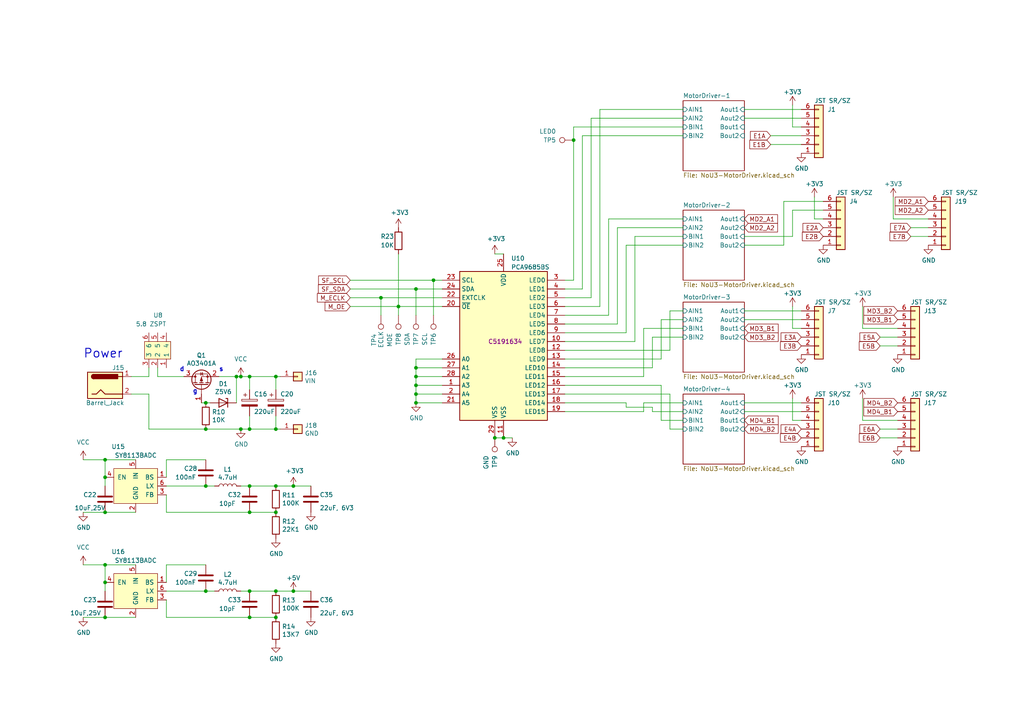
<source format=kicad_sch>
(kicad_sch (version 20250114) (generator "eeschema") (generator_version "9.0")
  (paper "A4")
  (lib_symbols
    (symbol "AlfredoSymbols:XKB5858-Z-75"
      (property "Reference" "U" (at 0 8.89 0))
      (property "Value" "XKB5858-Z-75" (at 0 6.35 0))
      (symbol "XKB5858-Z-75_0_1"
        (rectangle (start -2.54 3.81) (end 2.54 -3.81) (fill (type background)))
      )
      (symbol "XKB5858-Z-75_1_1"
        (pin input line (at -5.08 2.54 0) (length 2.54) (name "4") (number "4"))
        (pin input line (at -5.08 0 0) (length 2.54) (name "5") (number "5"))
        (pin input line (at -5.08 -2.54 0) (length 2.54) (name "6") (number "6"))
        (pin input line (at 5.08 2.54 180) (length 2.54) (name "1") (number "1"))
        (pin input line (at 5.08 0 180) (length 2.54) (name "2") (number "2"))
        (pin input line (at 5.08 -2.54 180) (length 2.54) (name "3") (number "3"))
      )
    )
    (symbol "Connector:Barrel_Jack" (pin_names (offset 1.016))
      (property "Reference" "J" (at 0 5.334 0))
      (property "Value" "Barrel_Jack" (at 0 -5.08 0))
      (symbol "Barrel_Jack_0_1"
        (rectangle (start -5.08 3.81) (end 5.08 -3.81) (stroke (width 0.254)) (fill (type background)))
        (polyline (pts (xy -3.81 -2.54) (xy -2.54 -2.54) (xy -1.27 -1.27) (xy 0 -2.54) (xy 2.54 -2.54) (xy 5.08 -2.54)) (stroke (width 0.254)))
        (arc (start -3.302 1.905) (mid -3.9343 2.54) (end -3.302 3.175) (stroke (width 0.254)))
        (arc (start -3.302 1.905) (mid -3.9343 2.54) (end -3.302 3.175) (stroke (width 0.254)) (fill (type outline)))
        (rectangle (start 3.683 3.175) (end -3.302 1.905) (stroke (width 0.254)) (fill (type outline)))
        (polyline (pts (xy 5.08 2.54) (xy 3.81 2.54)) (stroke (width 0.254)))
      )
      (symbol "Barrel_Jack_1_1"
        (pin passive line (at 7.62 2.54 180) (length 2.54) (name "~") (number "1"))
        (pin passive line (at 7.62 -2.54 180) (length 2.54) (name "~") (number "2"))
      )
    )
    (symbol "Connector:TestPoint" (pin_numbers (hide yes)) (pin_names (offset 0.762) (hide yes))
      (property "Reference" "TP" (at 0 6.858 0))
      (property "Value" "TestPoint" (at 0 5.08 0))
      (symbol "TestPoint_0_1"
        (circle (center 0 3.302) (radius 0.762))
      )
      (symbol "TestPoint_1_1"
        (pin passive line (at 0 0 90) (length 2.54) (name "1") (number "1"))
      )
    )
    (symbol "Connector_Generic:Conn_01x01" (pin_names (offset 1.016) (hide yes))
      (property "Reference" "J" (at 0 2.54 0))
      (property "Value" "Conn_01x01" (at 0 -2.54 0))
      (symbol "Conn_01x01_1_1"
        (rectangle (start -1.27 1.27) (end 1.27 -1.27) (stroke (width 0.254)) (fill (type background)))
        (rectangle (start -1.27 0.127) (end 0 -0.127) (stroke (width 0.1524)))
        (pin passive line (at -5.08 0 0) (length 3.81) (name "Pin_1") (number "1"))
      )
    )
    (symbol "Connector_Generic:Conn_01x06" (pin_names (offset 1.016) (hide yes))
      (property "Reference" "J" (at 0 7.62 0))
      (property "Value" "Conn_01x06" (at 0 -10.16 0))
      (symbol "Conn_01x06_1_1"
        (rectangle (start -1.27 6.35) (end 1.27 -8.89) (stroke (width 0.254)) (fill (type background)))
        (rectangle (start -1.27 5.207) (end 0 4.953) (stroke (width 0.1524)))
        (rectangle (start -1.27 2.667) (end 0 2.413) (stroke (width 0.1524)))
        (rectangle (start -1.27 0.127) (end 0 -0.127) (stroke (width 0.1524)))
        (rectangle (start -1.27 -2.413) (end 0 -2.667) (stroke (width 0.1524)))
        (rectangle (start -1.27 -4.953) (end 0 -5.207) (stroke (width 0.1524)))
        (rectangle (start -1.27 -7.493) (end 0 -7.747) (stroke (width 0.1524)))
        (pin passive line (at -5.08 5.08 0) (length 3.81) (name "Pin_1") (number "1"))
        (pin passive line (at -5.08 2.54 0) (length 3.81) (name "Pin_2") (number "2"))
        (pin passive line (at -5.08 0 0) (length 3.81) (name "Pin_3") (number "3"))
        (pin passive line (at -5.08 -2.54 0) (length 3.81) (name "Pin_4") (number "4"))
        (pin passive line (at -5.08 -5.08 0) (length 3.81) (name "Pin_5") (number "5"))
        (pin passive line (at -5.08 -7.62 0) (length 3.81) (name "Pin_6") (number "6"))
      )
    )
    (symbol "Device:C" (pin_numbers (hide yes)) (pin_names (offset 0.254))
      (property "Reference" "C" (at 0.635 2.54 0))
      (property "Value" "C" (at 0.635 -2.54 0))
      (symbol "C_0_1"
        (polyline (pts (xy -2.032 0.762) (xy 2.032 0.762)) (stroke (width 0.508)))
        (polyline (pts (xy -2.032 -0.762) (xy 2.032 -0.762)) (stroke (width 0.508)))
      )
      (symbol "C_1_1"
        (pin passive line (at 0 3.81 270) (length 2.794) (name "~") (number "1"))
        (pin passive line (at 0 -3.81 90) (length 2.794) (name "~") (number "2"))
      )
    )
    (symbol "Device:C_Polarized" (pin_numbers (hide yes)) (pin_names (offset 0.254))
      (property "Reference" "C" (at 0.635 2.54 0))
      (property "Value" "C_Polarized" (at 0.635 -2.54 0))
      (symbol "C_Polarized_0_1"
        (rectangle (start -2.286 0.508) (end 2.286 1.016))
        (polyline (pts (xy -1.778 2.286) (xy -0.762 2.286)))
        (polyline (pts (xy -1.27 2.794) (xy -1.27 1.778)))
        (rectangle (start 2.286 -0.508) (end -2.286 -1.016) (fill (type outline)))
      )
      (symbol "C_Polarized_1_1"
        (pin passive line (at 0 3.81 270) (length 2.794) (name "~") (number "1"))
        (pin passive line (at 0 -3.81 90) (length 2.794) (name "~") (number "2"))
      )
    )
    (symbol "Device:L" (pin_numbers (hide yes)) (pin_names (offset 1.016) (hide yes))
      (property "Reference" "L" (at -1.27 0 90))
      (property "Value" "L" (at 1.905 0 90))
      (symbol "L_0_1"
        (arc (start 0 2.54) (mid 0.6323 1.905) (end 0 1.27))
        (arc (start 0 1.27) (mid 0.6323 0.635) (end 0 0))
        (arc (start 0 0) (mid 0.6323 -0.635) (end 0 -1.27))
        (arc (start 0 -1.27) (mid 0.6323 -1.905) (end 0 -2.54))
      )
      (symbol "L_1_1"
        (pin passive line (at 0 3.81 270) (length 1.27) (name "1") (number "1"))
        (pin passive line (at 0 -3.81 90) (length 1.27) (name "2") (number "2"))
      )
    )
    (symbol "Device:R" (pin_numbers (hide yes)) (pin_names (offset 0))
      (property "Reference" "R" (at 2.032 0 90))
      (property "Value" "R" (at 0 0 90))
      (symbol "R_0_1"
        (rectangle (start -1.016 -2.54) (end 1.016 2.54) (stroke (width 0.254)))
      )
      (symbol "R_1_1"
        (pin passive line (at 0 3.81 270) (length 1.27) (name "~") (number "1"))
        (pin passive line (at 0 -3.81 90) (length 1.27) (name "~") (number "2"))
      )
    )
    (symbol "Diode:ZMMxx" (pin_numbers (hide yes)) (pin_names (hide yes))
      (property "Reference" "D" (at 0 2.54 0))
      (property "Value" "ZMMxx" (at 0 -2.54 0))
      (symbol "ZMMxx_0_1"
        (polyline (pts (xy -1.27 -1.27) (xy -1.27 1.27) (xy -0.762 1.27)) (stroke (width 0.254)))
        (polyline (pts (xy 1.27 0) (xy -1.27 0)))
        (polyline (pts (xy 1.27 -1.27) (xy 1.27 1.27) (xy -1.27 0) (xy 1.27 -1.27)) (stroke (width 0.254)))
      )
      (symbol "ZMMxx_1_1"
        (pin passive line (at -3.81 0 0) (length 2.54) (name "K") (number "1"))
        (pin passive line (at 3.81 0 180) (length 2.54) (name "A") (number "2"))
      )
    )
    (symbol "Driver_LED:PCA9685BS"
      (property "Reference" "U" (at -12.7 22.225 0))
      (property "Value" "PCA9685BS" (at 1.27 22.225 0))
      (symbol "PCA9685BS_0_1"
        (rectangle (start -12.7 20.32) (end 12.7 -22.86) (stroke (width 0.254)) (fill (type background)))
      )
      (symbol "PCA9685BS_1_1"
        (pin input line (at -17.78 17.78 0) (length 5.08) (name "SCL") (number "23"))
        (pin bidirectional line (at -17.78 15.24 0) (length 5.08) (name "SDA") (number "24"))
        (pin input line (at -17.78 12.7 0) (length 5.08) (name "EXTCLK") (number "22"))
        (pin input line (at -17.78 10.16 0) (length 5.08) (name "~{OE}") (number "20"))
        (pin input line (at -17.78 -5.08 0) (length 5.08) (name "A0") (number "26"))
        (pin input line (at -17.78 -7.62 0) (length 5.08) (name "A1") (number "27"))
        (pin input line (at -17.78 -10.16 0) (length 5.08) (name "A2") (number "28"))
        (pin input line (at -17.78 -12.7 0) (length 5.08) (name "A3") (number "1"))
        (pin input line (at -17.78 -15.24 0) (length 5.08) (name "A4") (number "2"))
        (pin input line (at -17.78 -17.78 0) (length 5.08) (name "A5") (number "21"))
        (pin power_in line (at -2.54 -27.94 90) (length 5.08) (name "VSS") (number "29"))
        (pin power_in line (at 0 25.4 270) (length 5.08) (name "VDD") (number "25"))
        (pin power_in line (at 0 -27.94 90) (length 5.08) (name "VSS") (number "11"))
        (pin output line (at 17.78 17.78 180) (length 5.08) (name "LED0") (number "3"))
        (pin output line (at 17.78 15.24 180) (length 5.08) (name "LED1") (number "4"))
        (pin output line (at 17.78 12.7 180) (length 5.08) (name "LED2") (number "5"))
        (pin output line (at 17.78 10.16 180) (length 5.08) (name "LED3") (number "6"))
        (pin output line (at 17.78 7.62 180) (length 5.08) (name "LED4") (number "7"))
        (pin output line (at 17.78 5.08 180) (length 5.08) (name "LED5") (number "8"))
        (pin output line (at 17.78 2.54 180) (length 5.08) (name "LED6") (number "9"))
        (pin output line (at 17.78 0 180) (length 5.08) (name "LED7") (number "10"))
        (pin output line (at 17.78 -2.54 180) (length 5.08) (name "LED8") (number "12"))
        (pin output line (at 17.78 -5.08 180) (length 5.08) (name "LED9") (number "13"))
        (pin output line (at 17.78 -7.62 180) (length 5.08) (name "LED10") (number "14"))
        (pin output line (at 17.78 -10.16 180) (length 5.08) (name "LED11") (number "15"))
        (pin output line (at 17.78 -12.7 180) (length 5.08) (name "LED12") (number "16"))
        (pin output line (at 17.78 -15.24 180) (length 5.08) (name "LED13") (number "17"))
        (pin output line (at 17.78 -17.78 180) (length 5.08) (name "LED14") (number "18"))
        (pin output line (at 17.78 -20.32 180) (length 5.08) (name "LED15") (number "19"))
      )
    )
    (symbol "NoU265:SY8113BADC" (pin_names (offset 1.016))
      (property "Reference" "U" (at 2.54 8.89 0))
      (property "Value" "SY8113BADC" (at 7.62 6.35 0))
      (symbol "SY8113BADC_0_1"
        (rectangle (start -6.35 5.08) (end 6.35 -5.08) (fill (type background)))
      )
      (symbol "SY8113BADC_1_1"
        (pin input line (at -8.89 2.54 0) (length 2.54) (name "EN") (number "4"))
        (pin power_in line (at 0 7.62 270) (length 2.54) (name "IN") (number "5"))
        (pin power_in line (at 0 -7.62 90) (length 2.54) (name "GND") (number "2"))
        (pin input line (at 8.89 2.54 180) (length 2.54) (name "BS") (number "1"))
        (pin output line (at 8.89 0 180) (length 2.54) (name "LX") (number "6"))
        (pin input line (at 8.89 -2.54 180) (length 2.54) (name "FB") (number "3"))
      )
    )
    (symbol "Transistor_FET:AO3401A" (pin_names (hide yes))
      (property "Reference" "Q" (at 5.08 1.905 0))
      (property "Value" "AO3401A" (at 5.08 0 0))
      (symbol "AO3401A_0_1"
        (polyline (pts (xy 0.254 1.905) (xy 0.254 -1.905)) (stroke (width 0.254)))
        (polyline (pts (xy 0.254 0) (xy -2.54 0)))
        (polyline (pts (xy 0.762 2.286) (xy 0.762 1.27)) (stroke (width 0.254)))
        (polyline (pts (xy 0.762 1.778) (xy 3.302 1.778) (xy 3.302 -1.778) (xy 0.762 -1.778)))
        (polyline (pts (xy 0.762 0.508) (xy 0.762 -0.508)) (stroke (width 0.254)))
        (polyline (pts (xy 0.762 -1.27) (xy 0.762 -2.286)) (stroke (width 0.254)))
        (circle (center 1.651 0) (radius 2.794) (stroke (width 0.254)))
        (polyline (pts (xy 2.286 0) (xy 1.27 0.381) (xy 1.27 -0.381) (xy 2.286 0)) (fill (type outline)))
        (polyline (pts (xy 2.54 2.54) (xy 2.54 1.778)))
        (circle (center 2.54 1.778) (radius 0.254) (fill (type outline)))
        (circle (center 2.54 -1.778) (radius 0.254) (fill (type outline)))
        (polyline (pts (xy 2.54 -2.54) (xy 2.54 0) (xy 0.762 0)))
        (polyline (pts (xy 2.794 -0.508) (xy 2.921 -0.381) (xy 3.683 -0.381) (xy 3.81 -0.254)))
        (polyline (pts (xy 3.302 -0.381) (xy 2.921 0.254) (xy 3.683 0.254) (xy 3.302 -0.381)))
      )
      (symbol "AO3401A_1_1"
        (pin input line (at -5.08 0 0) (length 2.54) (name "G") (number "1"))
        (pin passive line (at 2.54 5.08 270) (length 2.54) (name "D") (number "3"))
        (pin passive line (at 2.54 -5.08 90) (length 2.54) (name "S") (number "2"))
      )
    )
    (symbol "power:+3V3" (power) (pin_names (offset 0))
      (property "Value" "+3V3" (at 0 3.556 0))
      (symbol "+3V3_0_1"
        (polyline (pts (xy -0.762 1.27) (xy 0 2.54)))
        (polyline (pts (xy 0 2.54) (xy 0.762 1.27)))
        (polyline (pts (xy 0 0) (xy 0 2.54)))
      )
      (symbol "+3V3_1_1"
        (pin power_in line (at 0 0 90) (length 0) (hide yes) (name "+3V3") (number "1"))
      )
    )
    (symbol "power:+5V" (power) (pin_names (offset 0))
      (property "Value" "+5V" (at 0 3.556 0))
      (symbol "+5V_0_1"
        (polyline (pts (xy -0.762 1.27) (xy 0 2.54)))
        (polyline (pts (xy 0 2.54) (xy 0.762 1.27)))
        (polyline (pts (xy 0 0) (xy 0 2.54)))
      )
      (symbol "+5V_1_1"
        (pin power_in line (at 0 0 90) (length 0) (hide yes) (name "+5V") (number "1"))
      )
    )
    (symbol "power:GND" (power) (pin_names (offset 0))
      (property "Value" "GND" (at 0 -3.81 0))
      (symbol "GND_0_1"
        (polyline (pts (xy 0 0) (xy 0 -1.27) (xy 1.27 -1.27) (xy 0 -2.54) (xy -1.27 -1.27) (xy 0 -1.27)))
      )
      (symbol "GND_1_1"
        (pin power_in line (at 0 0 270) (length 0) (hide yes) (name "GND") (number "1"))
      )
    )
    (symbol "power:VCC" (power) (pin_names (offset 0))
      (property "Value" "VCC" (at 0 3.81 0))
      (symbol "VCC_0_1"
        (polyline (pts (xy -0.762 1.27) (xy 0 2.54)))
        (polyline (pts (xy 0 2.54) (xy 0.762 1.27)))
        (polyline (pts (xy 0 0) (xy 0 2.54)))
      )
      (symbol "VCC_1_1"
        (pin power_in line (at 0 0 90) (length 0) (hide yes) (name "VCC") (number "1"))
      )
    )
  )
  (text "Power" (at 24.13 104.14 0) (effects (font (size 2.54 2.54) (thickness 0.254) (bold yes)) (justify left bottom)))
  (text "s" (at 63.5 107.95 0) (effects (font (size 1.27 1.27) (bold yes)) (justify left bottom)))
  (text "d" (at 52.07 107.95 0) (effects (font (size 1.27 1.27) (bold yes)) (justify left bottom)))
  (text "g\n" (at 55.88 114.3 0) (effects (font (size 1.27 1.27) (bold yes)) (justify left bottom)))
  (junction (at 110.49 86.36))
  (junction (at 30.48 168.91))
  (junction (at 72.39 179.07))
  (junction (at 59.69 124.46))
  (junction (at 80.01 148.59))
  (junction (at 166.37 40.64))
  (junction (at 72.39 140.97))
  (junction (at 59.69 171.45))
  (junction (at 68.58 109.22))
  (junction (at 80.01 171.45))
  (junction (at 80.01 140.97))
  (junction (at 30.48 163.83))
  (junction (at 146.05 127))
  (junction (at 59.69 116.84))
  (junction (at 143.51 127))
  (junction (at 72.39 109.22))
  (junction (at 120.65 109.22))
  (junction (at 30.48 133.35))
  (junction (at 80.01 109.22))
  (junction (at 80.01 124.46))
  (junction (at 115.57 88.9))
  (junction (at 30.48 148.59))
  (junction (at 72.39 148.59))
  (junction (at 120.65 106.68))
  (junction (at 80.01 179.07))
  (junction (at 120.65 83.82))
  (junction (at 120.65 114.3))
  (junction (at 69.85 124.46))
  (junction (at 72.39 124.46))
  (junction (at 30.48 179.07))
  (junction (at 59.69 140.97))
  (junction (at 72.39 171.45))
  (junction (at 85.09 140.97))
  (junction (at 85.09 171.45))
  (junction (at 69.85 109.22))
  (junction (at 120.65 116.84))
  (junction (at 30.48 138.43))
  (junction (at 120.65 111.76))
  (junction (at 125.73 81.28))
  (wire (pts (xy 171.45 34.29) (xy 171.45 86.36)))
  (wire (pts (xy 163.83 116.84) (xy 181.61 116.84)))
  (wire (pts (xy 215.9 116.84) (xy 232.41 116.84)))
  (wire (pts (xy 189.23 119.38) (xy 189.23 118.11)))
  (wire (pts (xy 45.72 106.68) (xy 45.72 109.22)))
  (wire (pts (xy 72.39 120.65) (xy 72.39 124.46)))
  (wire (pts (xy 59.69 140.97) (xy 62.23 140.97)))
  (wire (pts (xy 45.72 109.22) (xy 53.34 109.22)))
  (wire (pts (xy 120.65 109.22) (xy 128.27 109.22)))
  (wire (pts (xy 125.73 81.28) (xy 125.73 91.44)))
  (wire (pts (xy 48.26 133.35) (xy 59.69 133.35)))
  (wire (pts (xy 30.48 148.59) (xy 39.37 148.59)))
  (wire (pts (xy 85.09 171.45) (xy 90.17 171.45)))
  (wire (pts (xy 186.69 116.84) (xy 198.12 116.84)))
  (wire (pts (xy 59.69 171.45) (xy 62.23 171.45)))
  (wire (pts (xy 215.9 119.38) (xy 232.41 119.38)))
  (wire (pts (xy 186.69 95.25) (xy 186.69 109.22)))
  (wire (pts (xy 101.6 88.9) (xy 115.57 88.9)))
  (wire (pts (xy 72.39 140.97) (xy 80.01 140.97)))
  (wire (pts (xy 176.53 91.44) (xy 163.83 91.44)))
  (wire (pts (xy 68.58 109.22) (xy 63.5 109.22)))
  (wire (pts (xy 48.26 168.91) (xy 48.26 163.83)))
  (wire (pts (xy 166.37 81.28) (xy 163.83 81.28)))
  (wire (pts (xy 186.69 109.22) (xy 163.83 109.22)))
  (wire (pts (xy 191.77 121.92) (xy 198.12 121.92)))
  (wire (pts (xy 179.07 66.04) (xy 179.07 93.98)))
  (wire (pts (xy 194.31 124.46) (xy 198.12 124.46)))
  (wire (pts (xy 120.65 114.3) (xy 128.27 114.3)))
  (wire (pts (xy 194.31 90.17) (xy 198.12 90.17)))
  (wire (pts (xy 81.28 124.46) (xy 80.01 124.46)))
  (wire (pts (xy 189.23 118.11) (xy 181.61 118.11)))
  (wire (pts (xy 215.9 90.17) (xy 232.41 90.17)))
  (wire (pts (xy 120.65 106.68) (xy 120.65 109.22)))
  (wire (pts (xy 163.83 96.52) (xy 181.61 96.52)))
  (wire (pts (xy 120.65 114.3) (xy 120.65 116.84)))
  (wire (pts (xy 198.12 119.38) (xy 189.23 119.38)))
  (wire (pts (xy 171.45 86.36) (xy 163.83 86.36)))
  (wire (pts (xy 260.35 100.33) (xy 255.27 100.33)))
  (wire (pts (xy 163.83 119.38) (xy 186.69 119.38)))
  (wire (pts (xy 69.85 109.22) (xy 72.39 109.22)))
  (wire (pts (xy 115.57 88.9) (xy 115.57 91.44)))
  (wire (pts (xy 72.39 179.07) (xy 48.26 179.07)))
  (wire (pts (xy 120.65 111.76) (xy 120.65 114.3)))
  (wire (pts (xy 186.69 119.38) (xy 186.69 116.84)))
  (wire (pts (xy 229.87 121.92) (xy 232.41 121.92)))
  (wire (pts (xy 59.69 124.46) (xy 69.85 124.46)))
  (wire (pts (xy 115.57 88.9) (xy 128.27 88.9)))
  (wire (pts (xy 227.33 71.12) (xy 215.9 71.12)))
  (wire (pts (xy 229.87 68.58) (xy 229.87 60.96)))
  (wire (pts (xy 80.01 109.22) (xy 72.39 109.22)))
  (wire (pts (xy 166.37 36.83) (xy 198.12 36.83)))
  (wire (pts (xy 128.27 104.14) (xy 120.65 104.14)))
  (wire (pts (xy 250.19 88.9) (xy 250.19 95.25)))
  (wire (pts (xy 260.35 97.79) (xy 255.27 97.79)))
  (wire (pts (xy 236.22 57.15) (xy 236.22 63.5)))
  (wire (pts (xy 238.76 60.96) (xy 229.87 60.96)))
  (wire (pts (xy 259.08 57.15) (xy 259.08 63.5)))
  (wire (pts (xy 191.77 111.76) (xy 163.83 111.76)))
  (wire (pts (xy 30.48 179.07) (xy 39.37 179.07)))
  (wire (pts (xy 68.58 109.22) (xy 69.85 109.22)))
  (wire (pts (xy 229.87 88.9) (xy 229.87 95.25)))
  (wire (pts (xy 120.65 106.68) (xy 128.27 106.68)))
  (wire (pts (xy 30.48 163.83) (xy 39.37 163.83)))
  (wire (pts (xy 80.01 179.07) (xy 72.39 179.07)))
  (wire (pts (xy 215.9 34.29) (xy 232.41 34.29)))
  (wire (pts (xy 80.01 171.45) (xy 85.09 171.45)))
  (wire (pts (xy 198.12 68.58) (xy 184.15 68.58)))
  (wire (pts (xy 227.33 58.42) (xy 227.33 71.12)))
  (wire (pts (xy 163.83 114.3) (xy 194.31 114.3)))
  (wire (pts (xy 229.87 36.83) (xy 232.41 36.83)))
  (wire (pts (xy 81.28 109.22) (xy 80.01 109.22)))
  (wire (pts (xy 110.49 91.44) (xy 110.49 86.36)))
  (wire (pts (xy 168.91 83.82) (xy 163.83 83.82)))
  (wire (pts (xy 238.76 58.42) (xy 227.33 58.42)))
  (wire (pts (xy 30.48 133.35) (xy 39.37 133.35)))
  (wire (pts (xy 181.61 71.12) (xy 198.12 71.12)))
  (wire (pts (xy 43.18 109.22) (xy 43.18 106.68)))
  (wire (pts (xy 179.07 93.98) (xy 163.83 93.98)))
  (wire (pts (xy 166.37 40.64) (xy 166.37 81.28)))
  (wire (pts (xy 80.01 124.46) (xy 72.39 124.46)))
  (wire (pts (xy 181.61 71.12) (xy 181.61 96.52)))
  (wire (pts (xy 198.12 66.04) (xy 179.07 66.04)))
  (wire (pts (xy 269.24 66.04) (xy 264.16 66.04)))
  (wire (pts (xy 191.77 111.76) (xy 191.77 121.92)))
  (wire (pts (xy 43.18 124.46) (xy 59.69 124.46)))
  (wire (pts (xy 48.26 163.83) (xy 59.69 163.83)))
  (wire (pts (xy 120.65 116.84) (xy 128.27 116.84)))
  (wire (pts (xy 24.13 148.59) (xy 30.48 148.59)))
  (wire (pts (xy 163.83 106.68) (xy 189.23 106.68)))
  (wire (pts (xy 110.49 86.36) (xy 128.27 86.36)))
  (wire (pts (xy 215.9 92.71) (xy 232.41 92.71)))
  (wire (pts (xy 68.58 109.22) (xy 68.58 116.84)))
  (wire (pts (xy 72.39 113.03) (xy 72.39 109.22)))
  (wire (pts (xy 146.05 127) (xy 148.59 127)))
  (wire (pts (xy 80.01 140.97) (xy 85.09 140.97)))
  (wire (pts (xy 215.9 31.75) (xy 232.41 31.75)))
  (wire (pts (xy 69.85 171.45) (xy 72.39 171.45)))
  (wire (pts (xy 173.99 31.75) (xy 173.99 88.9)))
  (wire (pts (xy 101.6 81.28) (xy 125.73 81.28)))
  (wire (pts (xy 232.41 41.91) (xy 223.52 41.91)))
  (wire (pts (xy 120.65 83.82) (xy 128.27 83.82)))
  (wire (pts (xy 181.61 118.11) (xy 181.61 116.84)))
  (wire (pts (xy 24.13 179.07) (xy 30.48 179.07)))
  (wire (pts (xy 229.87 95.25) (xy 232.41 95.25)))
  (wire (pts (xy 250.19 115.57) (xy 250.19 121.92)))
  (wire (pts (xy 30.48 133.35) (xy 30.48 138.43)))
  (wire (pts (xy 198.12 34.29) (xy 171.45 34.29)))
  (wire (pts (xy 198.12 92.71) (xy 191.77 92.71)))
  (wire (pts (xy 101.6 86.36) (xy 110.49 86.36)))
  (wire (pts (xy 143.51 73.66) (xy 146.05 73.66)))
  (wire (pts (xy 143.51 127) (xy 146.05 127)))
  (wire (pts (xy 232.41 39.37) (xy 223.52 39.37)))
  (wire (pts (xy 236.22 63.5) (xy 238.76 63.5)))
  (wire (pts (xy 189.23 106.68) (xy 189.23 97.79)))
  (wire (pts (xy 43.18 114.3) (xy 38.1 114.3)))
  (wire (pts (xy 229.87 115.57) (xy 229.87 121.92)))
  (wire (pts (xy 48.26 179.07) (xy 48.26 173.99)))
  (wire (pts (xy 250.19 121.92) (xy 260.35 121.92)))
  (wire (pts (xy 176.53 63.5) (xy 176.53 91.44)))
  (wire (pts (xy 189.23 97.79) (xy 198.12 97.79)))
  (wire (pts (xy 260.35 127) (xy 255.27 127)))
  (wire (pts (xy 259.08 63.5) (xy 269.24 63.5)))
  (wire (pts (xy 24.13 133.35) (xy 30.48 133.35)))
  (wire (pts (xy 80.01 148.59) (xy 72.39 148.59)))
  (wire (pts (xy 30.48 163.83) (xy 30.48 168.91)))
  (wire (pts (xy 125.73 81.28) (xy 128.27 81.28)))
  (wire (pts (xy 120.65 111.76) (xy 128.27 111.76)))
  (wire (pts (xy 48.26 138.43) (xy 48.26 133.35)))
  (wire (pts (xy 229.87 30.48) (xy 229.87 36.83)))
  (wire (pts (xy 72.39 171.45) (xy 80.01 171.45)))
  (wire (pts (xy 30.48 138.43) (xy 30.48 140.97)))
  (wire (pts (xy 24.13 163.83) (xy 30.48 163.83)))
  (wire (pts (xy 173.99 88.9) (xy 163.83 88.9)))
  (wire (pts (xy 194.31 114.3) (xy 194.31 124.46)))
  (wire (pts (xy 120.65 109.22) (xy 120.65 111.76)))
  (wire (pts (xy 269.24 68.58) (xy 264.16 68.58)))
  (wire (pts (xy 198.12 95.25) (xy 186.69 95.25)))
  (wire (pts (xy 48.26 140.97) (xy 59.69 140.97)))
  (wire (pts (xy 260.35 124.46) (xy 255.27 124.46)))
  (wire (pts (xy 60.96 116.84) (xy 59.69 116.84)))
  (wire (pts (xy 85.09 140.97) (xy 90.17 140.97)))
  (wire (pts (xy 198.12 31.75) (xy 173.99 31.75)))
  (wire (pts (xy 80.01 109.22) (xy 80.01 113.03)))
  (wire (pts (xy 115.57 73.66) (xy 115.57 88.9)))
  (wire (pts (xy 166.37 36.83) (xy 166.37 40.64)))
  (wire (pts (xy 191.77 92.71) (xy 191.77 104.14)))
  (wire (pts (xy 101.6 83.82) (xy 120.65 83.82)))
  (wire (pts (xy 198.12 63.5) (xy 176.53 63.5)))
  (wire (pts (xy 215.9 68.58) (xy 229.87 68.58)))
  (wire (pts (xy 184.15 68.58) (xy 184.15 99.06)))
  (wire (pts (xy 250.19 95.25) (xy 260.35 95.25)))
  (wire (pts (xy 80.01 120.65) (xy 80.01 124.46)))
  (wire (pts (xy 168.91 39.37) (xy 168.91 83.82)))
  (wire (pts (xy 120.65 83.82) (xy 120.65 91.44)))
  (wire (pts (xy 72.39 148.59) (xy 48.26 148.59)))
  (wire (pts (xy 184.15 99.06) (xy 163.83 99.06)))
  (wire (pts (xy 69.85 124.46) (xy 72.39 124.46)))
  (wire (pts (xy 30.48 168.91) (xy 30.48 171.45)))
  (wire (pts (xy 38.1 109.22) (xy 43.18 109.22)))
  (wire (pts (xy 43.18 124.46) (xy 43.18 114.3)))
  (wire (pts (xy 59.69 116.84) (xy 58.42 116.84)))
  (wire (pts (xy 69.85 140.97) (xy 72.39 140.97)))
  (wire (pts (xy 191.77 104.14) (xy 163.83 104.14)))
  (wire (pts (xy 194.31 101.6) (xy 194.31 90.17)))
  (wire (pts (xy 48.26 171.45) (xy 59.69 171.45)))
  (wire (pts (xy 163.83 101.6) (xy 194.31 101.6)))
  (wire (pts (xy 120.65 104.14) (xy 120.65 106.68)))
  (wire (pts (xy 198.12 39.37) (xy 168.91 39.37)))
  (wire (pts (xy 48.26 148.59) (xy 48.26 143.51)))
  (global_label "E1B" (shape input) (at 223.52 41.91 180) (property "Intersheetrefs" "${INTERSHEET_REFS}" (effects (hide yes))))
  (global_label "MD3_B2" (shape input) (at 215.9 97.79 0) (property "Intersheetrefs" "${INTERSHEET_REFS}" (effects (hide yes))))
  (global_label "E1A" (shape input) (at 223.52 39.37 180) (property "Intersheetrefs" "${INTERSHEET_REFS}" (effects (hide yes))))
  (global_label "E5B" (shape input) (at 255.27 100.33 180) (property "Intersheetrefs" "${INTERSHEET_REFS}" (effects (hide yes))))
  (global_label "SF_SDA" (shape input) (at 101.6 83.82 180) (property "Intersheetrefs" "${INTERSHEET_REFS}" (effects (hide yes))))
  (global_label "SF_SCL" (shape input) (at 101.6 81.28 180) (property "Intersheetrefs" "${INTERSHEET_REFS}" (effects (hide yes))))
  (global_label "MD3_B2" (shape input) (at 260.35 90.17 180) (property "Intersheetrefs" "${INTERSHEET_REFS}" (effects (hide yes))))
  (global_label "MD4_B2" (shape input) (at 215.9 124.46 0) (property "Intersheetrefs" "${INTERSHEET_REFS}" (effects (hide yes))))
  (global_label "E2A" (shape input) (at 238.76 66.04 180) (property "Intersheetrefs" "${INTERSHEET_REFS}" (effects (hide yes))))
  (global_label "MD2_A2" (shape input) (at 215.9 66.04 0) (property "Intersheetrefs" "${INTERSHEET_REFS}" (effects (hide yes))))
  (global_label "MD4_B2" (shape input) (at 260.35 116.84 180) (property "Intersheetrefs" "${INTERSHEET_REFS}" (effects (hide yes))))
  (global_label "MD4_B1" (shape input) (at 260.35 119.38 180) (property "Intersheetrefs" "${INTERSHEET_REFS}" (effects (hide yes))))
  (global_label "MD4_B1" (shape input) (at 215.9 121.92 0) (property "Intersheetrefs" "${INTERSHEET_REFS}" (effects (hide yes))))
  (global_label "E3A" (shape input) (at 232.41 97.79 180) (property "Intersheetrefs" "${INTERSHEET_REFS}" (effects (hide yes))))
  (global_label "E6A" (shape input) (at 255.27 124.46 180) (property "Intersheetrefs" "${INTERSHEET_REFS}" (effects (hide yes))))
  (global_label "MD2_A2" (shape input) (at 269.24 60.96 180) (property "Intersheetrefs" "${INTERSHEET_REFS}" (effects (hide yes))))
  (global_label "E6B" (shape input) (at 255.27 127 180) (property "Intersheetrefs" "${INTERSHEET_REFS}" (effects (hide yes))))
  (global_label "MD3_B1" (shape input) (at 215.9 95.25 0) (property "Intersheetrefs" "${INTERSHEET_REFS}" (effects (hide yes))))
  (global_label "MD3_B1" (shape input) (at 260.35 92.71 180) (property "Intersheetrefs" "${INTERSHEET_REFS}" (effects (hide yes))))
  (global_label "MD2_A1" (shape input) (at 215.9 63.5 0) (property "Intersheetrefs" "${INTERSHEET_REFS}" (effects (hide yes))))
  (global_label "E7B" (shape input) (at 264.16 68.58 180) (property "Intersheetrefs" "${INTERSHEET_REFS}" (effects (hide yes))))
  (global_label "E5A" (shape input) (at 255.27 97.79 180) (property "Intersheetrefs" "${INTERSHEET_REFS}" (effects (hide yes))))
  (global_label "E3B" (shape input) (at 232.41 100.33 180) (property "Intersheetrefs" "${INTERSHEET_REFS}" (effects (hide yes))))
  (global_label "E7A" (shape input) (at 264.16 66.04 180) (property "Intersheetrefs" "${INTERSHEET_REFS}" (effects (hide yes))))
  (global_label "M_ECLK" (shape input) (at 101.6 86.36 180) (property "Intersheetrefs" "${INTERSHEET_REFS}" (effects (hide yes))))
  (global_label "M_OE" (shape input) (at 101.6 88.9 180) (property "Intersheetrefs" "${INTERSHEET_REFS}" (effects (hide yes))))
  (global_label "MD2_A1" (shape input) (at 269.24 58.42 180) (property "Intersheetrefs" "${INTERSHEET_REFS}" (effects (hide yes))))
  (global_label "E4A" (shape input) (at 232.41 124.46 180) (property "Intersheetrefs" "${INTERSHEET_REFS}" (effects (hide yes))))
  (global_label "E4B" (shape input) (at 232.41 127 180) (property "Intersheetrefs" "${INTERSHEET_REFS}" (effects (hide yes))))
  (global_label "E2B" (shape input) (at 238.76 68.58 180) (property "Intersheetrefs" "${INTERSHEET_REFS}" (effects (hide yes))))
  (symbol (lib_id "power:GND") (at 260.35 102.87 0) (unit 1)
    (property "Reference" "#PWR070" (effects (hide yes)))
    (property "Value" "GND" (at 260.477 107.2642 0))
  )
  (symbol (lib_id "Device:R") (at 115.57 69.85 0) (mirror y) (unit 1)
    (property "Reference" "R23" (at 114.3 68.58 0) (effects (justify left)))
    (property "Value" "10K" (at 114.3 71.12 0) (effects (justify left)))
    (property "Footprint" "Resistor_SMD:R_0402_1005Metric" (effects (hide yes)))
    (property "Datasheet" "https://lcsc.com/product-detail/Chip-Resistor---Surface-Mount_UNI-ROYALUniroyal-Elec-UNI-ROYALUniroyal-Elec-0402WGF1002TCE_C25744.html" (effects (hide yes)))
    (property "LCSC" "C25744" (effects (hide yes)))
  )
  (symbol (lib_id "Connector_Generic:Conn_01x06") (at 243.84 66.04 0) (mirror x) (unit 1)
    (property "Reference" "J4" (at 246.38 58.42 0) (effects (justify left)))
    (property "Value" "JST SR/SZ" (at 242.57 55.88 0) (effects (justify left)))
    (property "Footprint" "AlfredoFootprints:JST_SH_1x06_Vertical" (effects (hide yes)))
    (property "Datasheet" "https://jlcpcb.com/partdetail/171772-BM06B_SRSS_TB_LF_SN/C160392" (effects (hide yes)))
    (property "LCSC" "C160392" (effects (hide yes)))
  )
  (symbol (lib_id "Device:C") (at 90.17 144.78 0) (mirror y) (unit 1)
    (property "Reference" "C35" (at 92.71 143.51 0) (effects (justify right)))
    (property "Value" "22uF, 6V3" (at 92.71 147.32 0) (effects (justify right)))
    (property "Footprint" "Capacitor_SMD:C_0603_1608Metric" (effects (hide yes)))
    (property "Datasheet" "https://www.lcsc.com/product-detail/Multilayer-Ceramic-Capacitors-MLCC---SMD-SMT_Samsung-Electro-Mechanics-Samsung-Electro-Mechanics-CL10A226MQ8NRNC_C59461.html" (effects (hide yes)))
    (property "LCSC" "C59461" (effects (hide yes)))
  )
  (symbol (lib_id "Connector:TestPoint") (at 120.65 91.44 180) (unit 1)
    (property "Reference" "TP7" (at 120.65 96.52 90) (effects (justify left)))
    (property "Value" "SDA" (at 118.11 96.52 90) (effects (justify left)))
    (property "Footprint" "AlfredoFootprints:PogoPad1" (effects (hide yes)))
  )
  (symbol (lib_id "power:+3V3") (at 85.09 140.97 0) (unit 1)
    (property "Reference" "#PWR080" (effects (hide yes)))
    (property "Value" "+3V3" (at 85.471 136.5758 0))
  )
  (symbol (lib_id "power:+3V3") (at 229.87 88.9 0) (unit 1)
    (property "Reference" "#PWR053" (effects (hide yes)))
    (property "Value" "+3V3" (at 229.87 85.09 0))
  )
  (symbol (lib_id "Device:C") (at 30.48 175.26 0) (mirror y) (unit 1)
    (property "Reference" "C23" (at 24.13 173.99 0) (effects (justify right)))
    (property "Value" "10uF,25V" (at 20.32 177.8 0) (effects (justify right)))
    (property "Footprint" "Capacitor_SMD:C_0603_1608Metric" (effects (hide yes)))
    (property "Datasheet" "CL10A106MA8NRNC_C96446.html" (effects (hide yes)))
    (property "LCSC" "C96446" (effects (hide yes)))
  )
  (symbol (lib_id "Connector_Generic:Conn_01x06") (at 237.49 124.46 0) (mirror x) (unit 1)
    (property "Reference" "J10" (at 240.03 116.84 0) (effects (justify left)))
    (property "Value" "JST SR/SZ" (at 236.22 114.3 0) (effects (justify left)))
    (property "Footprint" "AlfredoFootprints:JST_SH_1x06_Vertical" (effects (hide yes)))
    (property "Datasheet" "https://jlcpcb.com/partdetail/171772-BM06B_SRSS_TB_LF_SN/C160392" (effects (hide yes)))
    (property "LCSC" "C160392" (effects (hide yes)))
  )
  (symbol (lib_id "power:GND") (at 120.65 116.84 0) (unit 1)
    (property "Reference" "#PWR040" (effects (hide yes)))
    (property "Value" "GND" (at 120.777 121.2342 0))
  )
  (symbol (lib_id "AlfredoSymbols:XKB5858-Z-75") (at 45.72 101.6 270) (unit 1)
    (property "Reference" "U8" (at 44.45 91.44 90) (effects (justify left)))
    (property "Value" "5.8 ZSPT" (at 39.37 93.98 90) (effects (justify left)))
    (property "Footprint" "AlfredoFootprints:XKB5858-Z-75" (effects (hide yes)))
    (property "LCSC" " C2681588" (effects (hide yes)))
  )
  (symbol (lib_id "Connector:TestPoint") (at 125.73 91.44 180) (unit 1)
    (property "Reference" "TP6" (at 125.73 96.52 90) (effects (justify left)))
    (property "Value" "SCL" (at 123.19 96.52 90) (effects (justify left)))
    (property "Footprint" "AlfredoFootprints:PogoPad1" (effects (hide yes)))
  )
  (symbol (lib_id "power:VCC") (at 24.13 133.35 0) (unit 1)
    (property "Reference" "#PWR017" (effects (hide yes)))
    (property "Value" "VCC" (at 24.13 128.27 0))
  )
  (symbol (lib_id "power:GND") (at 80.01 186.69 0) (unit 1)
    (property "Reference" "#PWR079" (effects (hide yes)))
    (property "Value" "GND" (at 80.137 191.0842 0))
  )
  (symbol (lib_id "power:GND") (at 232.41 129.54 0) (unit 1)
    (property "Reference" "#PWR063" (effects (hide yes)))
    (property "Value" "GND" (at 232.537 133.9342 0))
  )
  (symbol (lib_id "Device:R") (at 80.01 182.88 0) (unit 1)
    (property "Reference" "R14" (at 81.788 181.7116 0) (effects (justify left)))
    (property "Value" "13K7" (at 81.788 184.023 0) (effects (justify left)))
    (property "Footprint" "Resistor_SMD:R_0402_1005Metric" (effects (hide yes)))
    (property "LCSC" "C25854" (effects (hide yes)))
  )
  (symbol (lib_id "power:+3V3") (at 143.51 73.66 0) (unit 1)
    (property "Reference" "#PWR041" (effects (hide yes)))
    (property "Value" "+3V3" (at 143.891 69.2658 0))
  )
  (symbol (lib_id "power:+3V3") (at 229.87 30.48 0) (unit 1)
    (property "Reference" "#PWR043" (effects (hide yes)))
    (property "Value" "+3V3" (at 229.87 26.67 0))
  )
  (symbol (lib_id "power:GND") (at 148.59 127 0) (unit 1)
    (property "Reference" "#PWR042" (effects (hide yes)))
    (property "Value" "GND" (at 148.717 131.3942 0))
  )
  (symbol (lib_id "Connector_Generic:Conn_01x06") (at 265.43 124.46 0) (mirror x) (unit 1)
    (property "Reference" "J17" (at 267.97 116.84 0) (effects (justify left)))
    (property "Value" "JST SR/SZ" (at 264.16 114.3 0) (effects (justify left)))
    (property "Footprint" "AlfredoFootprints:JST_SH_1x06_Vertical" (effects (hide yes)))
    (property "Datasheet" "https://jlcpcb.com/partdetail/171772-BM06B_SRSS_TB_LF_SN/C160392" (effects (hide yes)))
    (property "LCSC" "C160392" (effects (hide yes)))
  )
  (symbol (lib_id "Connector:TestPoint") (at 115.57 91.44 180) (unit 1)
    (property "Reference" "TP8" (at 115.57 96.52 90) (effects (justify left)))
    (property "Value" "MOE" (at 113.03 96.52 90) (effects (justify left)))
    (property "Footprint" "AlfredoFootprints:PogoPad1" (effects (hide yes)))
  )
  (symbol (lib_id "Connector:TestPoint") (at 110.49 91.44 180) (unit 1)
    (property "Reference" "TP4" (at 108.458 96.774 90) (effects (justify left)))
    (property "Value" "ECLK" (at 110.49 96.012 90) (effects (justify left)))
    (property "Footprint" "AlfredoFootprints:PogoPad1" (effects (hide yes)))
  )
  (symbol (lib_id "Connector_Generic:Conn_01x06") (at 237.49 39.37 0) (mirror x) (unit 1)
    (property "Reference" "J1" (at 240.03 31.75 0) (effects (justify left)))
    (property "Value" "JST SR/SZ" (at 236.22 29.21 0) (effects (justify left)))
    (property "Footprint" "AlfredoFootprints:JST_SH_1x06_Vertical" (effects (hide yes)))
    (property "Datasheet" "https://jlcpcb.com/partdetail/171772-BM06B_SRSS_TB_LF_SN/C160392" (effects (hide yes)))
    (property "LCSC" "C160392" (effects (hide yes)))
  )
  (symbol (lib_id "power:+3V3") (at 259.08 57.15 0) (unit 1)
    (property "Reference" "#PWR090" (effects (hide yes)))
    (property "Value" "+3V3" (at 259.08 53.34 0))
  )
  (symbol (lib_id "Driver_LED:PCA9685BS") (at 146.05 99.06 0) (unit 1)
    (property "Reference" "U10" (at 148.2441 74.93 0) (effects (justify left)))
    (property "Value" "PCA9685BS" (at 148.2441 77.47 0) (effects (justify left)))
    (property "Footprint" "Package_DFN_QFN:QFN-28-1EP_6x6mm_P0.65mm_EP4.25x4.25mm" (effects (hide yes)))
    (property "Datasheet" "http://www.nxp.com/docs/en/data-sheet/PCA9685.pdf" (effects (hide yes)))
    (property "LCSC" " C5191634" (at 146.05 99.06 0))
  )
  (symbol (lib_id "Connector_Generic:Conn_01x06") (at 237.49 97.79 0) (mirror x) (unit 1)
    (property "Reference" "J7" (at 240.03 90.17 0) (effects (justify left)))
    (property "Value" "JST SR/SZ" (at 236.22 87.63 0) (effects (justify left)))
    (property "Footprint" "AlfredoFootprints:JST_SH_1x06_Vertical" (effects (hide yes)))
    (property "LCSC" "C3029336" (effects (hide yes)))
  )
  (symbol (lib_id "power:GND") (at 269.24 71.12 0) (unit 1)
    (property "Reference" "#PWR091" (effects (hide yes)))
    (property "Value" "GND" (at 269.367 75.5142 0))
  )
  (symbol (lib_id "power:GND") (at 90.17 179.07 0) (unit 1)
    (property "Reference" "#PWR083" (effects (hide yes)))
    (property "Value" "GND" (at 90.297 183.4642 0))
  )
  (symbol (lib_id "power:GND") (at 232.41 44.45 0) (unit 1)
    (property "Reference" "#PWR057" (effects (hide yes)))
    (property "Value" "GND" (at 232.537 48.8442 0))
  )
  (symbol (lib_id "Connector_Generic:Conn_01x06") (at 265.43 97.79 0) (mirror x) (unit 1)
    (property "Reference" "J13" (at 267.97 90.17 0) (effects (justify left)))
    (property "Value" "JST SR/SZ" (at 264.16 87.63 0) (effects (justify left)))
    (property "Footprint" "AlfredoFootprints:JST_SH_1x06_Vertical" (effects (hide yes)))
    (property "Datasheet" "https://jlcpcb.com/partdetail/171772-BM06B_SRSS_TB_LF_SN/C160392" (effects (hide yes)))
    (property "LCSC" "C160392" (effects (hide yes)))
  )
  (symbol (lib_id "power:GND") (at 69.85 124.46 0) (unit 1)
    (property "Reference" "#PWR076" (effects (hide yes)))
    (property "Value" "GND" (at 69.977 128.8542 0))
  )
  (symbol (lib_id "Connector_Generic:Conn_01x06") (at 274.32 66.04 0) (mirror x) (unit 1)
    (property "Reference" "J19" (at 276.86 58.42 0) (effects (justify left)))
    (property "Value" "JST SR/SZ" (at 273.05 55.88 0) (effects (justify left)))
    (property "Footprint" "AlfredoFootprints:JST_SH_1x06_Vertical" (effects (hide yes)))
    (property "Datasheet" "https://jlcpcb.com/partdetail/171772-BM06B_SRSS_TB_LF_SN/C160392" (effects (hide yes)))
    (property "LCSC" "C160392" (effects (hide yes)))
  )
  (symbol (lib_id "Connector:TestPoint") (at 143.51 127 180) (unit 1)
    (property "Reference" "TP9" (at 143.51 132.08 90) (effects (justify left)))
    (property "Value" "GND" (at 140.97 132.08 90) (effects (justify left)))
    (property "Footprint" "AlfredoFootprints:PogoPad1" (effects (hide yes)))
  )
  (symbol (lib_id "power:VCC") (at 69.85 109.22 0) (unit 1)
    (property "Reference" "#PWR074" (effects (hide yes)))
    (property "Value" "VCC" (at 69.85 104.14 0))
  )
  (symbol (lib_id "power:GND") (at 238.76 71.12 0) (unit 1)
    (property "Reference" "#PWR058" (effects (hide yes)))
    (property "Value" "GND" (at 238.887 75.5142 0))
  )
  (symbol (lib_id "power:+5V") (at 85.09 171.45 0) (unit 1)
    (property "Reference" "#PWR081" (effects (hide yes)))
    (property "Value" "+5V" (at 85.09 167.64 0))
  )
  (symbol (lib_id "NoU265:SY8113BADC") (at 39.37 171.45 0) (unit 1)
    (property "Reference" "U16" (at 34.29 160.02 0))
    (property "Value" "SY8113BADC" (at 39.37 162.56 0))
    (property "Footprint" "Package_TO_SOT_SMD:TSOT-23-6" (effects (hide yes)))
    (property "Datasheet" "https://lcsc.com/product-detail/DC-DC-Converters_Silergy-Corp-SY8113BADC_C78989.html" (effects (hide yes)))
    (property "LCSC" "C78989" (effects (hide yes)))
  )
  (symbol (lib_id "Device:C") (at 72.39 144.78 0) (mirror y) (unit 1)
    (property "Reference" "C32" (at 66.04 143.51 0) (effects (justify right)))
    (property "Value" "10pF" (at 63.5 146.05 0) (effects (justify right)))
    (property "Footprint" "Capacitor_SMD:C_0402_1005Metric" (effects (hide yes)))
    (property "Datasheet" "https://lcsc.com/product-detail/Multilayer-Ceramic-Capacitors-MLCC---SMD-SMT_Samsung-Electro-Mechanics-Samsung-Electro-Mechanics-CL05C100JB5NNNC_C32949.html" (effects (hide yes)))
    (property "LCSC" "C32949" (effects (hide yes)))
  )
  (symbol (lib_id "Transistor_FET:AO3401A") (at 58.42 111.76 90) (unit 1)
    (property "Reference" "Q1" (at 58.42 103.0732 90))
    (property "Value" "AO3401A" (at 58.42 105.3846 90))
    (property "Footprint" "AlfredoFootprints:SOT-23-small" (effects (hide yes)))
    (property "Datasheet" "https://lcsc.com/product-detail/MOSFET_Alpha-Omega-Semicon-AO3401A_C15127.html" (effects (hide yes)))
    (property "LCSC" "C15127" (effects (hide yes)))
  )
  (symbol (lib_id "Device:C_Polarized") (at 72.39 116.84 0) (unit 1)
    (property "Reference" "C16" (at 73.66 114.3 0) (effects (justify left)))
    (property "Value" "220uF" (at 73.66 119.38 0) (effects (justify left)))
    (property "Footprint" "Capacitor_SMD:CP_Elec_6.3x7.7" (effects (hide yes)))
    (property "Datasheet" "https://www.lcsc.com/product-detail/Aluminum-Electrolytic-Capacitors---SMD_KNSCHA-KNSCHA-RST220UF25V019_C4747974.html" (effects (hide yes)))
    (property "LCSC" "C4747974" (effects (hide yes)))
  )
  (symbol (lib_id "Device:C") (at 90.17 175.26 0) (mirror y) (unit 1)
    (property "Reference" "C36" (at 92.71 173.99 0) (effects (justify right)))
    (property "Value" "22uF, 6V3" (at 92.71 177.8 0) (effects (justify right)))
    (property "Footprint" "Capacitor_SMD:C_0603_1608Metric" (effects (hide yes)))
    (property "Datasheet" "https://www.lcsc.com/product-detail/Multilayer-Ceramic-Capacitors-MLCC---SMD-SMT_Samsung-Electro-Mechanics-Samsung-Electro-Mechanics-CL10A226MQ8NRNC_C59461.html" (effects (hide yes)))
    (property "LCSC" "C59461" (effects (hide yes)))
  )
  (symbol (lib_id "Connector:TestPoint") (at 166.37 40.64 90) (unit 1)
    (property "Reference" "TP5" (at 161.29 40.64 90) (effects (justify left)))
    (property "Value" "LED0" (at 161.29 38.1 90) (effects (justify left)))
    (property "Footprint" "AlfredoFootprints:PogoPad1" (effects (hide yes)))
  )
  (symbol (lib_id "Device:R") (at 80.01 152.4 0) (unit 1)
    (property "Reference" "R12" (at 81.788 151.2316 0) (effects (justify left)))
    (property "Value" "22K1" (at 81.788 153.543 0) (effects (justify left)))
    (property "Footprint" "Resistor_SMD:R_0402_1005Metric" (effects (hide yes)))
    (property "LCSC" "C163478 " (effects (hide yes)))
  )
  (symbol (lib_id "Device:R") (at 80.01 144.78 0) (unit 1)
    (property "Reference" "R11" (at 81.788 143.6116 0) (effects (justify left)))
    (property "Value" "100K" (at 81.788 145.923 0) (effects (justify left)))
    (property "Footprint" "Resistor_SMD:R_0402_1005Metric" (effects (hide yes)))
    (property "LCSC" "C25741" (effects (hide yes)))
  )
  (symbol (lib_id "power:+3V3") (at 250.19 115.57 0) (unit 1)
    (property "Reference" "#PWR069" (effects (hide yes)))
    (property "Value" "+3V3" (at 250.19 111.76 0))
  )
  (symbol (lib_id "Device:R") (at 80.01 175.26 0) (unit 1)
    (property "Reference" "R13" (at 81.788 174.0916 0) (effects (justify left)))
    (property "Value" "100K" (at 81.788 176.403 0) (effects (justify left)))
    (property "Footprint" "Resistor_SMD:R_0402_1005Metric" (effects (hide yes)))
    (property "LCSC" "C25741" (effects (hide yes)))
  )
  (symbol (lib_id "power:+3V3") (at 229.87 115.57 0) (unit 1)
    (property "Reference" "#PWR054" (effects (hide yes)))
    (property "Value" "+3V3" (at 229.87 111.76 0))
  )
  (symbol (lib_id "NoU265:SY8113BADC") (at 39.37 140.97 0) (unit 1)
    (property "Reference" "U15" (at 34.29 129.54 0))
    (property "Value" "SY8113BADC" (at 39.37 132.08 0))
    (property "Footprint" "Package_TO_SOT_SMD:TSOT-23-6" (effects (hide yes)))
    (property "Datasheet" "https://lcsc.com/product-detail/DC-DC-Converters_Silergy-Corp-SY8113BADC_C78989.html" (effects (hide yes)))
    (property "LCSC" "C78989" (effects (hide yes)))
  )
  (symbol (lib_id "Connector_Generic:Conn_01x01") (at 86.36 109.22 0) (unit 1)
    (property "Reference" "J16" (at 88.392 108.1532 0) (effects (justify left)))
    (property "Value" "VIN" (at 88.392 110.4646 0) (effects (justify left)))
    (property "Footprint" "AlfredoFootprints:PinSocket_1x01_P2.54mm_Vertical" (effects (hide yes)))
  )
  (symbol (lib_id "Device:L") (at 66.04 171.45 90) (unit 1)
    (property "Reference" "L2" (at 66.04 166.624 90))
    (property "Value" "4.7uH" (at 66.04 168.9354 90))
    (property "Footprint" "AlfredoFootprints:LVF252A12" (effects (hide yes)))
    (property "Datasheet" "https://www.lcsc.com/product-detail/Power-Inductors_Sunlord-Sunlord-WPN252012H4R7MT_C98354.html" (effects (hide yes)))
    (property "LCSC" "C98354" (effects (hide yes)))
  )
  (symbol (lib_id "power:GND") (at 24.13 148.59 0) (unit 1)
    (property "Reference" "#PWR055" (effects (hide yes)))
    (property "Value" "GND" (at 24.257 152.9842 0))
  )
  (symbol (lib_id "Connector_Generic:Conn_01x01") (at 86.36 124.46 0) (unit 1)
    (property "Reference" "J18" (at 88.392 123.3932 0) (effects (justify left)))
    (property "Value" "GND" (at 88.392 125.7046 0) (effects (justify left)))
    (property "Footprint" "AlfredoFootprints:PinSocket_1x01_P2.54mm_Vertical" (effects (hide yes)))
  )
  (symbol (lib_id "Device:C_Polarized") (at 80.01 116.84 0) (unit 1)
    (property "Reference" "C20" (at 81.28 114.3 0) (effects (justify left)))
    (property "Value" "220uF" (at 81.28 119.38 0) (effects (justify left)))
    (property "Footprint" "Capacitor_SMD:CP_Elec_6.3x7.7" (effects (hide yes)))
    (property "Datasheet" "https://www.lcsc.com/product-detail/Aluminum-Electrolytic-Capacitors---SMD_KNSCHA-KNSCHA-RST220UF25V019_C4747974.html" (effects (hide yes)))
    (property "LCSC" "C4747974" (effects (hide yes)))
  )
  (symbol (lib_id "power:+3V3") (at 236.22 57.15 0) (unit 1)
    (property "Reference" "#PWR052" (effects (hide yes)))
    (property "Value" "+3V3" (at 236.22 53.34 0))
  )
  (symbol (lib_id "power:+3V3") (at 250.19 88.9 0) (unit 1)
    (property "Reference" "#PWR064" (effects (hide yes)))
    (property "Value" "+3V3" (at 250.19 85.09 0))
  )
  (symbol (lib_id "power:GND") (at 232.41 102.87 0) (unit 1)
    (property "Reference" "#PWR059" (effects (hide yes)))
    (property "Value" "GND" (at 232.537 107.2642 0))
  )
  (symbol (lib_id "Diode:ZMMxx") (at 64.77 116.84 0) (mirror y) (unit 1)
    (property "Reference" "D1" (at 64.77 111.3282 0))
    (property "Value" "Z5V6" (at 64.77 113.6396 0))
    (property "Footprint" "AlfredoFootprints:D_SOD-323" (effects (hide yes)))
    (property "Datasheet" "https://lcsc.com/product-detail/Zener-Diodes_Jiangsu-Changjing-Electronics-Technology-Co.%2C-Ltd.-Jiangsu-Changjing-Electronics-Technology-Co.%2C-Ltd.-BZT52C5V6S_C22612.html" (effects (hide yes)))
    (property "LCSC" "C22612" (effects (hide yes)))
  )
  (symbol (lib_id "power:GND") (at 260.35 129.54 0) (unit 1)
    (property "Reference" "#PWR071" (effects (hide yes)))
    (property "Value" "GND" (at 260.477 133.9342 0))
  )
  (symbol (lib_id "Device:C") (at 59.69 137.16 0) (mirror y) (unit 1)
    (property "Reference" "C28" (at 53.34 135.89 0) (effects (justify right)))
    (property "Value" "100nF" (at 50.8 138.43 0) (effects (justify right)))
    (property "Footprint" "Capacitor_SMD:C_0402_1005Metric" (effects (hide yes)))
    (property "Datasheet" "https://lcsc.com/product-detail/Multilayer-Ceramic-Capacitors-MLCC---SMD-SMT_Samsung-Electro-Mechanics-Samsung-Electro-Mechanics-CL05B104KB54PNC_C307331.html" (effects (hide yes)))
    (property "LCSC" "C307331" (effects (hide yes)))
  )
  (symbol (lib_id "power:GND") (at 80.01 156.21 0) (unit 1)
    (property "Reference" "#PWR078" (effects (hide yes)))
    (property "Value" "GND" (at 80.137 160.6042 0))
  )
  (symbol (lib_id "Device:L") (at 66.04 140.97 90) (unit 1)
    (property "Reference" "L1" (at 66.04 136.144 90))
    (property "Value" "4.7uH" (at 66.04 138.4554 90))
    (property "Footprint" "AlfredoFootprints:LVF252A12" (effects (hide yes)))
    (property "Datasheet" "https://www.lcsc.com/product-detail/Power-Inductors_Sunlord-Sunlord-WPN252012H4R7MT_C98354.html" (effects (hide yes)))
    (property "LCSC" "C98354" (effects (hide yes)))
  )
  (symbol (lib_id "power:VCC") (at 24.13 163.83 0) (unit 1)
    (property "Reference" "#PWR072" (effects (hide yes)))
    (property "Value" "VCC" (at 24.13 158.75 0))
  )
  (symbol (lib_id "Connector:Barrel_Jack") (at 30.48 111.76 0) (unit 1)
    (property "Reference" "J15" (at 34.29 106.68 0))
    (property "Value" "Barrel_Jack" (at 30.48 116.84 0))
    (property "Footprint" "AlfredoFootprints:DC-005C_1" (effects (hide yes)))
    (property "Datasheet" "https://jlcpcb.com/partdetail/Korean_HropartsElec-DC_005C20A/C84007" (effects (hide yes)))
    (property "LCSC" "C84007" (effects (hide yes)))
  )
  (symbol (lib_id "power:GND") (at 24.13 179.07 0) (unit 1)
    (property "Reference" "#PWR073" (effects (hide yes)))
    (property "Value" "GND" (at 24.257 183.4642 0))
  )
  (symbol (lib_id "power:GND") (at 90.17 148.59 0) (unit 1)
    (property "Reference" "#PWR082" (effects (hide yes)))
    (property "Value" "GND" (at 90.297 152.9842 0))
  )
  (symbol (lib_id "Device:R") (at 59.69 120.65 0) (unit 1)
    (property "Reference" "R10" (at 61.468 119.4816 0) (effects (justify left)))
    (property "Value" "10K" (at 61.468 121.793 0) (effects (justify left)))
    (property "Footprint" "Resistor_SMD:R_0402_1005Metric" (effects (hide yes)))
    (property "Datasheet" "https://lcsc.com/product-detail/Chip-Resistor---Surface-Mount_UNI-ROYALUniroyal-Elec-UNI-ROYALUniroyal-Elec-0402WGF1002TCE_C25744.html" (effects (hide yes)))
    (property "LCSC" "C25744" (effects (hide yes)))
  )
  (symbol (lib_id "Device:C") (at 30.48 144.78 0) (mirror y) (unit 1)
    (property "Reference" "C22" (at 24.13 143.51 0) (effects (justify right)))
    (property "Value" "10uF,25V" (at 21.59 147.32 0) (effects (justify right)))
    (property "Footprint" "Capacitor_SMD:C_0603_1608Metric" (effects (hide yes)))
    (property "Datasheet" "https://lcsc.com/product-detail/Multilayer-Ceramic-Capacitors-MLCC---SMD-SMT_Samsung-Electro-Mechanics-Samsung-Electro-Mechanics-CL10A106MA8NRNC_C96446.html" (effects (hide yes)))
    (property "LCSC" "C96446" (effects (hide yes)))
  )
  (symbol (lib_id "Device:C") (at 72.39 175.26 0) (mirror y) (unit 1)
    (property "Reference" "C33" (at 66.04 173.99 0) (effects (justify right)))
    (property "Value" "10pF" (at 63.5 176.53 0) (effects (justify right)))
    (property "Footprint" "Capacitor_SMD:C_0402_1005Metric" (effects (hide yes)))
    (property "Datasheet" "https://lcsc.com/product-detail/Multilayer-Ceramic-Capacitors-MLCC---SMD-SMT_Samsung-Electro-Mechanics-Samsung-Electro-Mechanics-CL05C100JB5NNNC_C32949.html" (effects (hide yes)))
    (property "LCSC" "C32949" (effects (hide yes)))
  )
  (symbol (lib_id "power:+3V3") (at 115.57 66.04 0) (unit 1)
    (property "Reference" "#PWR039" (effects (hide yes)))
    (property "Value" "+3V3" (at 115.951 61.6458 0))
  )
  (symbol (lib_id "Device:C") (at 59.69 167.64 0) (mirror y) (unit 1)
    (property "Reference" "C29" (at 53.34 166.37 0) (effects (justify right)))
    (property "Value" "100nF" (at 50.8 168.91 0) (effects (justify right)))
    (property "Footprint" "Capacitor_SMD:C_0402_1005Metric" (effects (hide yes)))
    (property "Datasheet" "https://lcsc.com/product-detail/Multilayer-Ceramic-Capacitors-MLCC---SMD-SMT_Samsung-Electro-Mechanics-Samsung-Electro-Mechanics-CL05B104KB54PNC_C307331.html" (effects (hide yes)))
    (property "LCSC" "C307331" (effects (hide yes)))
  )
  (sheet (at 198.12 29.21) (size 17.78 20.32) (stroke (width 0.1524))
    (property "Sheetname" "MotorDriver-1" (at 198.12 28.4984 0) (effects (justify left bottom)))
    (property "Sheetfile" "NoU3-MotorDriver.kicad_sch" (at 198.12 50.1146 0) (effects (justify left top)))
    (pin "AIN1" input (at 198.12 31.75 180))
    (pin "AIN2" input (at 198.12 34.29 180))
    (pin "BIN2" input (at 198.12 39.37 180))
    (pin "BIN1" input (at 198.12 36.83 180))
    (pin "Aout2" input (at 215.9 34.29 0))
    (pin "Bout1" input (at 215.9 36.83 0))
    (pin "Bout2" input (at 215.9 39.37 0))
    (pin "Aout1" input (at 215.9 31.75 0))
  )
  (sheet (at 198.12 87.63) (size 17.78 20.32) (stroke (width 0.1524))
    (property "Sheetname" "MotorDriver-3" (at 198.12 86.9184 0) (effects (justify left bottom)))
    (property "Sheetfile" "NoU3-MotorDriver.kicad_sch" (at 198.12 108.5346 0) (effects (justify left top)))
    (pin "AIN1" input (at 198.12 90.17 180))
    (pin "AIN2" input (at 198.12 92.71 180))
    (pin "BIN2" input (at 198.12 97.79 180))
    (pin "BIN1" input (at 198.12 95.25 180))
    (pin "Aout2" input (at 215.9 92.71 0))
    (pin "Bout1" input (at 215.9 95.25 0))
    (pin "Bout2" input (at 215.9 97.79 0))
    (pin "Aout1" input (at 215.9 90.17 0))
  )
  (sheet (at 198.12 114.3) (size 17.78 20.32) (stroke (width 0.1524))
    (property "Sheetname" "MotorDriver-4" (at 198.12 113.5884 0) (effects (justify left bottom)))
    (property "Sheetfile" "NoU3-MotorDriver.kicad_sch" (at 198.12 135.2046 0) (effects (justify left top)))
    (pin "AIN1" input (at 198.12 116.84 180))
    (pin "AIN2" input (at 198.12 119.38 180))
    (pin "BIN2" input (at 198.12 124.46 180))
    (pin "BIN1" input (at 198.12 121.92 180))
    (pin "Aout2" input (at 215.9 119.38 0))
    (pin "Bout1" input (at 215.9 121.92 0))
    (pin "Bout2" input (at 215.9 124.46 0))
    (pin "Aout1" input (at 215.9 116.84 0))
  )
  (sheet (at 198.12 60.96) (size 17.78 20.32) (stroke (width 0.1524))
    (property "Sheetname" "MotorDriver-2" (at 198.12 60.2484 0) (effects (justify left bottom)))
    (property "Sheetfile" "NoU3-MotorDriver.kicad_sch" (at 198.12 81.8646 0) (effects (justify left top)))
    (pin "AIN1" input (at 198.12 63.5 180))
    (pin "AIN2" input (at 198.12 66.04 180))
    (pin "BIN2" input (at 198.12 71.12 180))
    (pin "BIN1" input (at 198.12 68.58 180))
    (pin "Aout2" input (at 215.9 66.04 0))
    (pin "Bout1" input (at 215.9 68.58 0))
    (pin "Bout2" input (at 215.9 71.12 0))
    (pin "Aout1" input (at 215.9 63.5 0))
  )
)
</source>
